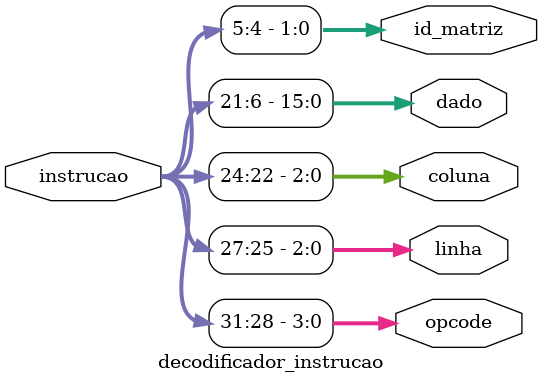
<source format=v>
module decodificador_instrucao (
    input  wire [31:0] instrucao,
    output wire [3:0]  opcode,
    output wire [2:0]  linha,
    output wire [2:0]  coluna,
    output wire [15:0] dado,
    output wire [1:0]  id_matriz
);

    assign opcode    = instrucao[31:28];
    assign linha     = instrucao[27:25];
    assign coluna    = instrucao[24:22];
    assign dado      = instrucao[21:6];
    assign id_matriz = instrucao[5:4];

endmodule

</source>
